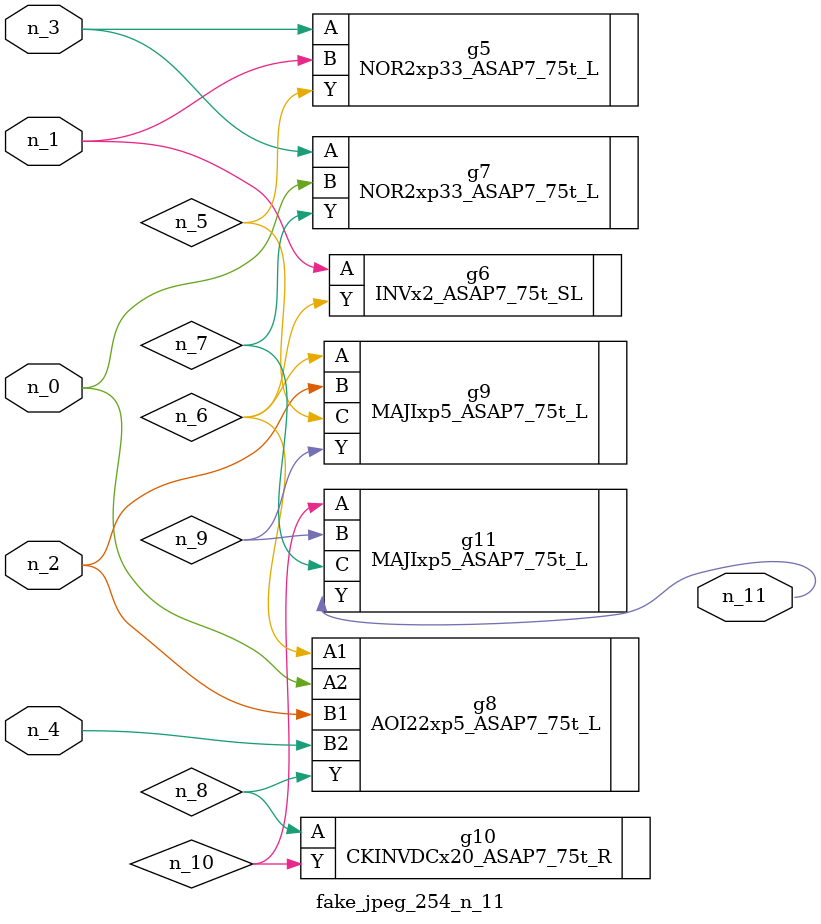
<source format=v>
module fake_jpeg_254_n_11 (n_3, n_2, n_1, n_0, n_4, n_11);

input n_3;
input n_2;
input n_1;
input n_0;
input n_4;

output n_11;

wire n_10;
wire n_8;
wire n_9;
wire n_6;
wire n_5;
wire n_7;

NOR2xp33_ASAP7_75t_L g5 ( 
.A(n_3),
.B(n_1),
.Y(n_5)
);

INVx2_ASAP7_75t_SL g6 ( 
.A(n_1),
.Y(n_6)
);

NOR2xp33_ASAP7_75t_L g7 ( 
.A(n_3),
.B(n_0),
.Y(n_7)
);

AOI22xp5_ASAP7_75t_L g8 ( 
.A1(n_6),
.A2(n_0),
.B1(n_2),
.B2(n_4),
.Y(n_8)
);

CKINVDCx20_ASAP7_75t_R g10 ( 
.A(n_8),
.Y(n_10)
);

MAJIxp5_ASAP7_75t_L g9 ( 
.A(n_6),
.B(n_2),
.C(n_5),
.Y(n_9)
);

MAJIxp5_ASAP7_75t_L g11 ( 
.A(n_10),
.B(n_9),
.C(n_7),
.Y(n_11)
);


endmodule
</source>
